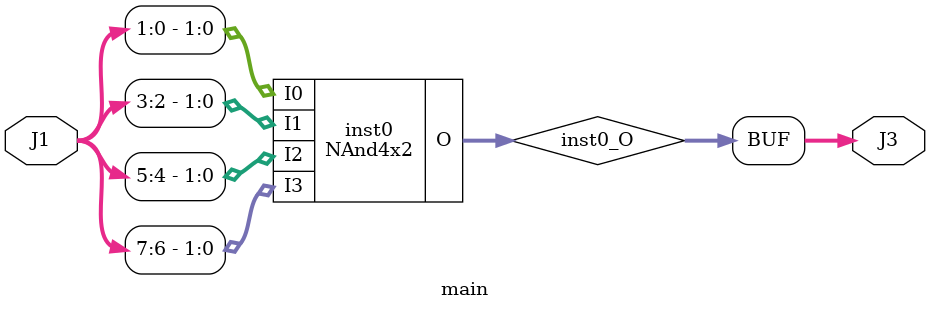
<source format=v>
module NAnd4 (input [3:0] I, output  O);
wire  inst0_O;
SB_LUT4 #(.LUT_INIT(16'h7FFF)) inst0 (.I0(I[0]), .I1(I[1]), .I2(I[2]), .I3(I[3]), .O(inst0_O));
assign O = inst0_O;
endmodule

module NAnd4x2 (input [1:0] I0, input [1:0] I1, input [1:0] I2, input [1:0] I3, output [1:0] O);
wire  inst0_O;
wire  inst1_O;
NAnd4 inst0 (.I({I3[0],I2[0],I1[0],I0[0]}), .O(inst0_O));
NAnd4 inst1 (.I({I3[1],I2[1],I1[1],I0[1]}), .O(inst1_O));
assign O = {inst1_O,inst0_O};
endmodule

module main (input [7:0] J1, output [1:0] J3);
wire [1:0] inst0_O;
NAnd4x2 inst0 (.I0({J1[1],J1[0]}), .I1({J1[3],J1[2]}), .I2({J1[5],J1[4]}), .I3({J1[7],J1[6]}), .O(inst0_O));
assign J3 = inst0_O;
endmodule


</source>
